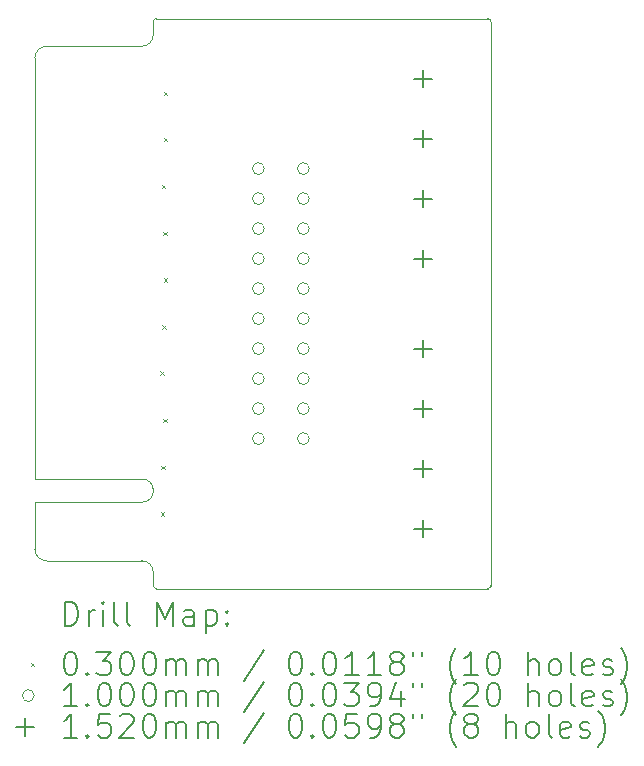
<source format=gbr>
%TF.GenerationSoftware,KiCad,Pcbnew,8.0.3*%
%TF.CreationDate,2024-06-20T09:06:08+12:00*%
%TF.ProjectId,crt_card_edge_adapter,6372745f-6361-4726-945f-656467655f61,rev?*%
%TF.SameCoordinates,Original*%
%TF.FileFunction,Drillmap*%
%TF.FilePolarity,Positive*%
%FSLAX45Y45*%
G04 Gerber Fmt 4.5, Leading zero omitted, Abs format (unit mm)*
G04 Created by KiCad (PCBNEW 8.0.3) date 2024-06-20 09:06:08*
%MOMM*%
%LPD*%
G01*
G04 APERTURE LIST*
%ADD10C,0.050000*%
%ADD11C,0.120000*%
%ADD12C,0.200000*%
%ADD13C,0.100000*%
%ADD14C,0.152000*%
G04 APERTURE END LIST*
D10*
X12484100Y-6858000D02*
G75*
G02*
X12509500Y-6883400I0J-25400D01*
G01*
X12509500Y-6883400D02*
X12509500Y-11658600D01*
X9652000Y-6883400D02*
G75*
G02*
X9677400Y-6858000I25400J0D01*
G01*
X9677400Y-11684000D02*
G75*
G02*
X9652000Y-11658600I0J25400D01*
G01*
X9677400Y-6858000D02*
X12484100Y-6858000D01*
X9677400Y-11684000D02*
X12484100Y-11684000D01*
X9652000Y-11620500D02*
X9652000Y-11658600D01*
X9652000Y-6921500D02*
X9652000Y-6883400D01*
X12509500Y-11658600D02*
G75*
G02*
X12484100Y-11684000I-25400J0D01*
G01*
D11*
X8649000Y-10756000D02*
X8649000Y-7192000D01*
X8649000Y-10756000D02*
X9553000Y-10756000D01*
X8649000Y-10954000D02*
X8649000Y-11350000D01*
X8748000Y-7093000D02*
X9553000Y-7093000D01*
X8748000Y-11449000D02*
X9553000Y-11449000D01*
X9553000Y-10954000D02*
X8649000Y-10954000D01*
X9652000Y-6994000D02*
X9652000Y-6921500D01*
X9652000Y-11548000D02*
X9652000Y-11620500D01*
X8649000Y-7192000D02*
G75*
G02*
X8748000Y-7093000I99000J0D01*
G01*
X8748000Y-11449000D02*
G75*
G02*
X8649000Y-11350000I0J99000D01*
G01*
X9553000Y-10756000D02*
G75*
G02*
X9553000Y-10954000I0J-99000D01*
G01*
X9553000Y-11449000D02*
G75*
G02*
X9652000Y-11548000I0J-99000D01*
G01*
X9652000Y-6994000D02*
G75*
G02*
X9553000Y-7093000I-99000J0D01*
G01*
D12*
D13*
X9708120Y-9845280D02*
X9738120Y-9875280D01*
X9738120Y-9845280D02*
X9708120Y-9875280D01*
X9713200Y-11038000D02*
X9743200Y-11068000D01*
X9743200Y-11038000D02*
X9713200Y-11068000D01*
X9718280Y-10642840D02*
X9748280Y-10672840D01*
X9748280Y-10642840D02*
X9718280Y-10672840D01*
X9723360Y-8265400D02*
X9753360Y-8295400D01*
X9753360Y-8265400D02*
X9723360Y-8295400D01*
X9728440Y-9454120D02*
X9758440Y-9484120D01*
X9758440Y-9454120D02*
X9728440Y-9484120D01*
X9733520Y-8661640D02*
X9763520Y-8691640D01*
X9763520Y-8661640D02*
X9733520Y-8691640D01*
X9733520Y-10246600D02*
X9763520Y-10276600D01*
X9763520Y-10246600D02*
X9733520Y-10276600D01*
X9738600Y-7478000D02*
X9768600Y-7508000D01*
X9768600Y-7478000D02*
X9738600Y-7508000D01*
X9738600Y-7869160D02*
X9768600Y-7899160D01*
X9768600Y-7869160D02*
X9738600Y-7899160D01*
X9738600Y-9057880D02*
X9768600Y-9087880D01*
X9768600Y-9057880D02*
X9738600Y-9087880D01*
X10591000Y-8128000D02*
G75*
G02*
X10491000Y-8128000I-50000J0D01*
G01*
X10491000Y-8128000D02*
G75*
G02*
X10591000Y-8128000I50000J0D01*
G01*
X10591000Y-8382000D02*
G75*
G02*
X10491000Y-8382000I-50000J0D01*
G01*
X10491000Y-8382000D02*
G75*
G02*
X10591000Y-8382000I50000J0D01*
G01*
X10591000Y-8636000D02*
G75*
G02*
X10491000Y-8636000I-50000J0D01*
G01*
X10491000Y-8636000D02*
G75*
G02*
X10591000Y-8636000I50000J0D01*
G01*
X10591000Y-8890000D02*
G75*
G02*
X10491000Y-8890000I-50000J0D01*
G01*
X10491000Y-8890000D02*
G75*
G02*
X10591000Y-8890000I50000J0D01*
G01*
X10591000Y-9144000D02*
G75*
G02*
X10491000Y-9144000I-50000J0D01*
G01*
X10491000Y-9144000D02*
G75*
G02*
X10591000Y-9144000I50000J0D01*
G01*
X10591000Y-9398000D02*
G75*
G02*
X10491000Y-9398000I-50000J0D01*
G01*
X10491000Y-9398000D02*
G75*
G02*
X10591000Y-9398000I50000J0D01*
G01*
X10591000Y-9652000D02*
G75*
G02*
X10491000Y-9652000I-50000J0D01*
G01*
X10491000Y-9652000D02*
G75*
G02*
X10591000Y-9652000I50000J0D01*
G01*
X10591000Y-9906000D02*
G75*
G02*
X10491000Y-9906000I-50000J0D01*
G01*
X10491000Y-9906000D02*
G75*
G02*
X10591000Y-9906000I50000J0D01*
G01*
X10591000Y-10160000D02*
G75*
G02*
X10491000Y-10160000I-50000J0D01*
G01*
X10491000Y-10160000D02*
G75*
G02*
X10591000Y-10160000I50000J0D01*
G01*
X10591000Y-10414000D02*
G75*
G02*
X10491000Y-10414000I-50000J0D01*
G01*
X10491000Y-10414000D02*
G75*
G02*
X10591000Y-10414000I50000J0D01*
G01*
X10972000Y-8128000D02*
G75*
G02*
X10872000Y-8128000I-50000J0D01*
G01*
X10872000Y-8128000D02*
G75*
G02*
X10972000Y-8128000I50000J0D01*
G01*
X10972000Y-8382000D02*
G75*
G02*
X10872000Y-8382000I-50000J0D01*
G01*
X10872000Y-8382000D02*
G75*
G02*
X10972000Y-8382000I50000J0D01*
G01*
X10972000Y-8636000D02*
G75*
G02*
X10872000Y-8636000I-50000J0D01*
G01*
X10872000Y-8636000D02*
G75*
G02*
X10972000Y-8636000I50000J0D01*
G01*
X10972000Y-8890000D02*
G75*
G02*
X10872000Y-8890000I-50000J0D01*
G01*
X10872000Y-8890000D02*
G75*
G02*
X10972000Y-8890000I50000J0D01*
G01*
X10972000Y-9144000D02*
G75*
G02*
X10872000Y-9144000I-50000J0D01*
G01*
X10872000Y-9144000D02*
G75*
G02*
X10972000Y-9144000I50000J0D01*
G01*
X10972000Y-9398000D02*
G75*
G02*
X10872000Y-9398000I-50000J0D01*
G01*
X10872000Y-9398000D02*
G75*
G02*
X10972000Y-9398000I50000J0D01*
G01*
X10972000Y-9652000D02*
G75*
G02*
X10872000Y-9652000I-50000J0D01*
G01*
X10872000Y-9652000D02*
G75*
G02*
X10972000Y-9652000I50000J0D01*
G01*
X10972000Y-9906000D02*
G75*
G02*
X10872000Y-9906000I-50000J0D01*
G01*
X10872000Y-9906000D02*
G75*
G02*
X10972000Y-9906000I50000J0D01*
G01*
X10972000Y-10160000D02*
G75*
G02*
X10872000Y-10160000I-50000J0D01*
G01*
X10872000Y-10160000D02*
G75*
G02*
X10972000Y-10160000I50000J0D01*
G01*
X10972000Y-10414000D02*
G75*
G02*
X10872000Y-10414000I-50000J0D01*
G01*
X10872000Y-10414000D02*
G75*
G02*
X10972000Y-10414000I50000J0D01*
G01*
D14*
X11938000Y-7290000D02*
X11938000Y-7442000D01*
X11862000Y-7366000D02*
X12014000Y-7366000D01*
X11938000Y-7798000D02*
X11938000Y-7950000D01*
X11862000Y-7874000D02*
X12014000Y-7874000D01*
X11938000Y-8306000D02*
X11938000Y-8458000D01*
X11862000Y-8382000D02*
X12014000Y-8382000D01*
X11938000Y-8814000D02*
X11938000Y-8966000D01*
X11862000Y-8890000D02*
X12014000Y-8890000D01*
X11938000Y-9576000D02*
X11938000Y-9728000D01*
X11862000Y-9652000D02*
X12014000Y-9652000D01*
X11938000Y-10084000D02*
X11938000Y-10236000D01*
X11862000Y-10160000D02*
X12014000Y-10160000D01*
X11938000Y-10592000D02*
X11938000Y-10744000D01*
X11862000Y-10668000D02*
X12014000Y-10668000D01*
X11938000Y-11100000D02*
X11938000Y-11252000D01*
X11862000Y-11176000D02*
X12014000Y-11176000D01*
D12*
X8903777Y-11997984D02*
X8903777Y-11797984D01*
X8903777Y-11797984D02*
X8951396Y-11797984D01*
X8951396Y-11797984D02*
X8979967Y-11807508D01*
X8979967Y-11807508D02*
X8999015Y-11826555D01*
X8999015Y-11826555D02*
X9008539Y-11845603D01*
X9008539Y-11845603D02*
X9018063Y-11883698D01*
X9018063Y-11883698D02*
X9018063Y-11912269D01*
X9018063Y-11912269D02*
X9008539Y-11950365D01*
X9008539Y-11950365D02*
X8999015Y-11969412D01*
X8999015Y-11969412D02*
X8979967Y-11988460D01*
X8979967Y-11988460D02*
X8951396Y-11997984D01*
X8951396Y-11997984D02*
X8903777Y-11997984D01*
X9103777Y-11997984D02*
X9103777Y-11864650D01*
X9103777Y-11902746D02*
X9113301Y-11883698D01*
X9113301Y-11883698D02*
X9122824Y-11874174D01*
X9122824Y-11874174D02*
X9141872Y-11864650D01*
X9141872Y-11864650D02*
X9160920Y-11864650D01*
X9227586Y-11997984D02*
X9227586Y-11864650D01*
X9227586Y-11797984D02*
X9218063Y-11807508D01*
X9218063Y-11807508D02*
X9227586Y-11817031D01*
X9227586Y-11817031D02*
X9237110Y-11807508D01*
X9237110Y-11807508D02*
X9227586Y-11797984D01*
X9227586Y-11797984D02*
X9227586Y-11817031D01*
X9351396Y-11997984D02*
X9332348Y-11988460D01*
X9332348Y-11988460D02*
X9322824Y-11969412D01*
X9322824Y-11969412D02*
X9322824Y-11797984D01*
X9456158Y-11997984D02*
X9437110Y-11988460D01*
X9437110Y-11988460D02*
X9427586Y-11969412D01*
X9427586Y-11969412D02*
X9427586Y-11797984D01*
X9684729Y-11997984D02*
X9684729Y-11797984D01*
X9684729Y-11797984D02*
X9751396Y-11940841D01*
X9751396Y-11940841D02*
X9818063Y-11797984D01*
X9818063Y-11797984D02*
X9818063Y-11997984D01*
X9999015Y-11997984D02*
X9999015Y-11893222D01*
X9999015Y-11893222D02*
X9989491Y-11874174D01*
X9989491Y-11874174D02*
X9970444Y-11864650D01*
X9970444Y-11864650D02*
X9932348Y-11864650D01*
X9932348Y-11864650D02*
X9913301Y-11874174D01*
X9999015Y-11988460D02*
X9979967Y-11997984D01*
X9979967Y-11997984D02*
X9932348Y-11997984D01*
X9932348Y-11997984D02*
X9913301Y-11988460D01*
X9913301Y-11988460D02*
X9903777Y-11969412D01*
X9903777Y-11969412D02*
X9903777Y-11950365D01*
X9903777Y-11950365D02*
X9913301Y-11931317D01*
X9913301Y-11931317D02*
X9932348Y-11921793D01*
X9932348Y-11921793D02*
X9979967Y-11921793D01*
X9979967Y-11921793D02*
X9999015Y-11912269D01*
X10094253Y-11864650D02*
X10094253Y-12064650D01*
X10094253Y-11874174D02*
X10113301Y-11864650D01*
X10113301Y-11864650D02*
X10151396Y-11864650D01*
X10151396Y-11864650D02*
X10170444Y-11874174D01*
X10170444Y-11874174D02*
X10179967Y-11883698D01*
X10179967Y-11883698D02*
X10189491Y-11902746D01*
X10189491Y-11902746D02*
X10189491Y-11959888D01*
X10189491Y-11959888D02*
X10179967Y-11978936D01*
X10179967Y-11978936D02*
X10170444Y-11988460D01*
X10170444Y-11988460D02*
X10151396Y-11997984D01*
X10151396Y-11997984D02*
X10113301Y-11997984D01*
X10113301Y-11997984D02*
X10094253Y-11988460D01*
X10275205Y-11978936D02*
X10284729Y-11988460D01*
X10284729Y-11988460D02*
X10275205Y-11997984D01*
X10275205Y-11997984D02*
X10265682Y-11988460D01*
X10265682Y-11988460D02*
X10275205Y-11978936D01*
X10275205Y-11978936D02*
X10275205Y-11997984D01*
X10275205Y-11874174D02*
X10284729Y-11883698D01*
X10284729Y-11883698D02*
X10275205Y-11893222D01*
X10275205Y-11893222D02*
X10265682Y-11883698D01*
X10265682Y-11883698D02*
X10275205Y-11874174D01*
X10275205Y-11874174D02*
X10275205Y-11893222D01*
D13*
X8613000Y-12311500D02*
X8643000Y-12341500D01*
X8643000Y-12311500D02*
X8613000Y-12341500D01*
D12*
X8941872Y-12217984D02*
X8960920Y-12217984D01*
X8960920Y-12217984D02*
X8979967Y-12227508D01*
X8979967Y-12227508D02*
X8989491Y-12237031D01*
X8989491Y-12237031D02*
X8999015Y-12256079D01*
X8999015Y-12256079D02*
X9008539Y-12294174D01*
X9008539Y-12294174D02*
X9008539Y-12341793D01*
X9008539Y-12341793D02*
X8999015Y-12379888D01*
X8999015Y-12379888D02*
X8989491Y-12398936D01*
X8989491Y-12398936D02*
X8979967Y-12408460D01*
X8979967Y-12408460D02*
X8960920Y-12417984D01*
X8960920Y-12417984D02*
X8941872Y-12417984D01*
X8941872Y-12417984D02*
X8922824Y-12408460D01*
X8922824Y-12408460D02*
X8913301Y-12398936D01*
X8913301Y-12398936D02*
X8903777Y-12379888D01*
X8903777Y-12379888D02*
X8894253Y-12341793D01*
X8894253Y-12341793D02*
X8894253Y-12294174D01*
X8894253Y-12294174D02*
X8903777Y-12256079D01*
X8903777Y-12256079D02*
X8913301Y-12237031D01*
X8913301Y-12237031D02*
X8922824Y-12227508D01*
X8922824Y-12227508D02*
X8941872Y-12217984D01*
X9094253Y-12398936D02*
X9103777Y-12408460D01*
X9103777Y-12408460D02*
X9094253Y-12417984D01*
X9094253Y-12417984D02*
X9084729Y-12408460D01*
X9084729Y-12408460D02*
X9094253Y-12398936D01*
X9094253Y-12398936D02*
X9094253Y-12417984D01*
X9170444Y-12217984D02*
X9294253Y-12217984D01*
X9294253Y-12217984D02*
X9227586Y-12294174D01*
X9227586Y-12294174D02*
X9256158Y-12294174D01*
X9256158Y-12294174D02*
X9275205Y-12303698D01*
X9275205Y-12303698D02*
X9284729Y-12313222D01*
X9284729Y-12313222D02*
X9294253Y-12332269D01*
X9294253Y-12332269D02*
X9294253Y-12379888D01*
X9294253Y-12379888D02*
X9284729Y-12398936D01*
X9284729Y-12398936D02*
X9275205Y-12408460D01*
X9275205Y-12408460D02*
X9256158Y-12417984D01*
X9256158Y-12417984D02*
X9199015Y-12417984D01*
X9199015Y-12417984D02*
X9179967Y-12408460D01*
X9179967Y-12408460D02*
X9170444Y-12398936D01*
X9418063Y-12217984D02*
X9437110Y-12217984D01*
X9437110Y-12217984D02*
X9456158Y-12227508D01*
X9456158Y-12227508D02*
X9465682Y-12237031D01*
X9465682Y-12237031D02*
X9475205Y-12256079D01*
X9475205Y-12256079D02*
X9484729Y-12294174D01*
X9484729Y-12294174D02*
X9484729Y-12341793D01*
X9484729Y-12341793D02*
X9475205Y-12379888D01*
X9475205Y-12379888D02*
X9465682Y-12398936D01*
X9465682Y-12398936D02*
X9456158Y-12408460D01*
X9456158Y-12408460D02*
X9437110Y-12417984D01*
X9437110Y-12417984D02*
X9418063Y-12417984D01*
X9418063Y-12417984D02*
X9399015Y-12408460D01*
X9399015Y-12408460D02*
X9389491Y-12398936D01*
X9389491Y-12398936D02*
X9379967Y-12379888D01*
X9379967Y-12379888D02*
X9370444Y-12341793D01*
X9370444Y-12341793D02*
X9370444Y-12294174D01*
X9370444Y-12294174D02*
X9379967Y-12256079D01*
X9379967Y-12256079D02*
X9389491Y-12237031D01*
X9389491Y-12237031D02*
X9399015Y-12227508D01*
X9399015Y-12227508D02*
X9418063Y-12217984D01*
X9608539Y-12217984D02*
X9627586Y-12217984D01*
X9627586Y-12217984D02*
X9646634Y-12227508D01*
X9646634Y-12227508D02*
X9656158Y-12237031D01*
X9656158Y-12237031D02*
X9665682Y-12256079D01*
X9665682Y-12256079D02*
X9675205Y-12294174D01*
X9675205Y-12294174D02*
X9675205Y-12341793D01*
X9675205Y-12341793D02*
X9665682Y-12379888D01*
X9665682Y-12379888D02*
X9656158Y-12398936D01*
X9656158Y-12398936D02*
X9646634Y-12408460D01*
X9646634Y-12408460D02*
X9627586Y-12417984D01*
X9627586Y-12417984D02*
X9608539Y-12417984D01*
X9608539Y-12417984D02*
X9589491Y-12408460D01*
X9589491Y-12408460D02*
X9579967Y-12398936D01*
X9579967Y-12398936D02*
X9570444Y-12379888D01*
X9570444Y-12379888D02*
X9560920Y-12341793D01*
X9560920Y-12341793D02*
X9560920Y-12294174D01*
X9560920Y-12294174D02*
X9570444Y-12256079D01*
X9570444Y-12256079D02*
X9579967Y-12237031D01*
X9579967Y-12237031D02*
X9589491Y-12227508D01*
X9589491Y-12227508D02*
X9608539Y-12217984D01*
X9760920Y-12417984D02*
X9760920Y-12284650D01*
X9760920Y-12303698D02*
X9770444Y-12294174D01*
X9770444Y-12294174D02*
X9789491Y-12284650D01*
X9789491Y-12284650D02*
X9818063Y-12284650D01*
X9818063Y-12284650D02*
X9837110Y-12294174D01*
X9837110Y-12294174D02*
X9846634Y-12313222D01*
X9846634Y-12313222D02*
X9846634Y-12417984D01*
X9846634Y-12313222D02*
X9856158Y-12294174D01*
X9856158Y-12294174D02*
X9875205Y-12284650D01*
X9875205Y-12284650D02*
X9903777Y-12284650D01*
X9903777Y-12284650D02*
X9922825Y-12294174D01*
X9922825Y-12294174D02*
X9932348Y-12313222D01*
X9932348Y-12313222D02*
X9932348Y-12417984D01*
X10027586Y-12417984D02*
X10027586Y-12284650D01*
X10027586Y-12303698D02*
X10037110Y-12294174D01*
X10037110Y-12294174D02*
X10056158Y-12284650D01*
X10056158Y-12284650D02*
X10084729Y-12284650D01*
X10084729Y-12284650D02*
X10103777Y-12294174D01*
X10103777Y-12294174D02*
X10113301Y-12313222D01*
X10113301Y-12313222D02*
X10113301Y-12417984D01*
X10113301Y-12313222D02*
X10122825Y-12294174D01*
X10122825Y-12294174D02*
X10141872Y-12284650D01*
X10141872Y-12284650D02*
X10170444Y-12284650D01*
X10170444Y-12284650D02*
X10189491Y-12294174D01*
X10189491Y-12294174D02*
X10199015Y-12313222D01*
X10199015Y-12313222D02*
X10199015Y-12417984D01*
X10589491Y-12208460D02*
X10418063Y-12465603D01*
X10846634Y-12217984D02*
X10865682Y-12217984D01*
X10865682Y-12217984D02*
X10884729Y-12227508D01*
X10884729Y-12227508D02*
X10894253Y-12237031D01*
X10894253Y-12237031D02*
X10903777Y-12256079D01*
X10903777Y-12256079D02*
X10913301Y-12294174D01*
X10913301Y-12294174D02*
X10913301Y-12341793D01*
X10913301Y-12341793D02*
X10903777Y-12379888D01*
X10903777Y-12379888D02*
X10894253Y-12398936D01*
X10894253Y-12398936D02*
X10884729Y-12408460D01*
X10884729Y-12408460D02*
X10865682Y-12417984D01*
X10865682Y-12417984D02*
X10846634Y-12417984D01*
X10846634Y-12417984D02*
X10827587Y-12408460D01*
X10827587Y-12408460D02*
X10818063Y-12398936D01*
X10818063Y-12398936D02*
X10808539Y-12379888D01*
X10808539Y-12379888D02*
X10799015Y-12341793D01*
X10799015Y-12341793D02*
X10799015Y-12294174D01*
X10799015Y-12294174D02*
X10808539Y-12256079D01*
X10808539Y-12256079D02*
X10818063Y-12237031D01*
X10818063Y-12237031D02*
X10827587Y-12227508D01*
X10827587Y-12227508D02*
X10846634Y-12217984D01*
X10999015Y-12398936D02*
X11008539Y-12408460D01*
X11008539Y-12408460D02*
X10999015Y-12417984D01*
X10999015Y-12417984D02*
X10989491Y-12408460D01*
X10989491Y-12408460D02*
X10999015Y-12398936D01*
X10999015Y-12398936D02*
X10999015Y-12417984D01*
X11132348Y-12217984D02*
X11151396Y-12217984D01*
X11151396Y-12217984D02*
X11170444Y-12227508D01*
X11170444Y-12227508D02*
X11179968Y-12237031D01*
X11179968Y-12237031D02*
X11189491Y-12256079D01*
X11189491Y-12256079D02*
X11199015Y-12294174D01*
X11199015Y-12294174D02*
X11199015Y-12341793D01*
X11199015Y-12341793D02*
X11189491Y-12379888D01*
X11189491Y-12379888D02*
X11179968Y-12398936D01*
X11179968Y-12398936D02*
X11170444Y-12408460D01*
X11170444Y-12408460D02*
X11151396Y-12417984D01*
X11151396Y-12417984D02*
X11132348Y-12417984D01*
X11132348Y-12417984D02*
X11113301Y-12408460D01*
X11113301Y-12408460D02*
X11103777Y-12398936D01*
X11103777Y-12398936D02*
X11094253Y-12379888D01*
X11094253Y-12379888D02*
X11084729Y-12341793D01*
X11084729Y-12341793D02*
X11084729Y-12294174D01*
X11084729Y-12294174D02*
X11094253Y-12256079D01*
X11094253Y-12256079D02*
X11103777Y-12237031D01*
X11103777Y-12237031D02*
X11113301Y-12227508D01*
X11113301Y-12227508D02*
X11132348Y-12217984D01*
X11389491Y-12417984D02*
X11275206Y-12417984D01*
X11332348Y-12417984D02*
X11332348Y-12217984D01*
X11332348Y-12217984D02*
X11313301Y-12246555D01*
X11313301Y-12246555D02*
X11294253Y-12265603D01*
X11294253Y-12265603D02*
X11275206Y-12275127D01*
X11579967Y-12417984D02*
X11465682Y-12417984D01*
X11522825Y-12417984D02*
X11522825Y-12217984D01*
X11522825Y-12217984D02*
X11503777Y-12246555D01*
X11503777Y-12246555D02*
X11484729Y-12265603D01*
X11484729Y-12265603D02*
X11465682Y-12275127D01*
X11694253Y-12303698D02*
X11675206Y-12294174D01*
X11675206Y-12294174D02*
X11665682Y-12284650D01*
X11665682Y-12284650D02*
X11656158Y-12265603D01*
X11656158Y-12265603D02*
X11656158Y-12256079D01*
X11656158Y-12256079D02*
X11665682Y-12237031D01*
X11665682Y-12237031D02*
X11675206Y-12227508D01*
X11675206Y-12227508D02*
X11694253Y-12217984D01*
X11694253Y-12217984D02*
X11732348Y-12217984D01*
X11732348Y-12217984D02*
X11751396Y-12227508D01*
X11751396Y-12227508D02*
X11760920Y-12237031D01*
X11760920Y-12237031D02*
X11770444Y-12256079D01*
X11770444Y-12256079D02*
X11770444Y-12265603D01*
X11770444Y-12265603D02*
X11760920Y-12284650D01*
X11760920Y-12284650D02*
X11751396Y-12294174D01*
X11751396Y-12294174D02*
X11732348Y-12303698D01*
X11732348Y-12303698D02*
X11694253Y-12303698D01*
X11694253Y-12303698D02*
X11675206Y-12313222D01*
X11675206Y-12313222D02*
X11665682Y-12322746D01*
X11665682Y-12322746D02*
X11656158Y-12341793D01*
X11656158Y-12341793D02*
X11656158Y-12379888D01*
X11656158Y-12379888D02*
X11665682Y-12398936D01*
X11665682Y-12398936D02*
X11675206Y-12408460D01*
X11675206Y-12408460D02*
X11694253Y-12417984D01*
X11694253Y-12417984D02*
X11732348Y-12417984D01*
X11732348Y-12417984D02*
X11751396Y-12408460D01*
X11751396Y-12408460D02*
X11760920Y-12398936D01*
X11760920Y-12398936D02*
X11770444Y-12379888D01*
X11770444Y-12379888D02*
X11770444Y-12341793D01*
X11770444Y-12341793D02*
X11760920Y-12322746D01*
X11760920Y-12322746D02*
X11751396Y-12313222D01*
X11751396Y-12313222D02*
X11732348Y-12303698D01*
X11846634Y-12217984D02*
X11846634Y-12256079D01*
X11922825Y-12217984D02*
X11922825Y-12256079D01*
X12218063Y-12494174D02*
X12208539Y-12484650D01*
X12208539Y-12484650D02*
X12189491Y-12456079D01*
X12189491Y-12456079D02*
X12179968Y-12437031D01*
X12179968Y-12437031D02*
X12170444Y-12408460D01*
X12170444Y-12408460D02*
X12160920Y-12360841D01*
X12160920Y-12360841D02*
X12160920Y-12322746D01*
X12160920Y-12322746D02*
X12170444Y-12275127D01*
X12170444Y-12275127D02*
X12179968Y-12246555D01*
X12179968Y-12246555D02*
X12189491Y-12227508D01*
X12189491Y-12227508D02*
X12208539Y-12198936D01*
X12208539Y-12198936D02*
X12218063Y-12189412D01*
X12399015Y-12417984D02*
X12284729Y-12417984D01*
X12341872Y-12417984D02*
X12341872Y-12217984D01*
X12341872Y-12217984D02*
X12322825Y-12246555D01*
X12322825Y-12246555D02*
X12303777Y-12265603D01*
X12303777Y-12265603D02*
X12284729Y-12275127D01*
X12522825Y-12217984D02*
X12541872Y-12217984D01*
X12541872Y-12217984D02*
X12560920Y-12227508D01*
X12560920Y-12227508D02*
X12570444Y-12237031D01*
X12570444Y-12237031D02*
X12579968Y-12256079D01*
X12579968Y-12256079D02*
X12589491Y-12294174D01*
X12589491Y-12294174D02*
X12589491Y-12341793D01*
X12589491Y-12341793D02*
X12579968Y-12379888D01*
X12579968Y-12379888D02*
X12570444Y-12398936D01*
X12570444Y-12398936D02*
X12560920Y-12408460D01*
X12560920Y-12408460D02*
X12541872Y-12417984D01*
X12541872Y-12417984D02*
X12522825Y-12417984D01*
X12522825Y-12417984D02*
X12503777Y-12408460D01*
X12503777Y-12408460D02*
X12494253Y-12398936D01*
X12494253Y-12398936D02*
X12484729Y-12379888D01*
X12484729Y-12379888D02*
X12475206Y-12341793D01*
X12475206Y-12341793D02*
X12475206Y-12294174D01*
X12475206Y-12294174D02*
X12484729Y-12256079D01*
X12484729Y-12256079D02*
X12494253Y-12237031D01*
X12494253Y-12237031D02*
X12503777Y-12227508D01*
X12503777Y-12227508D02*
X12522825Y-12217984D01*
X12827587Y-12417984D02*
X12827587Y-12217984D01*
X12913301Y-12417984D02*
X12913301Y-12313222D01*
X12913301Y-12313222D02*
X12903777Y-12294174D01*
X12903777Y-12294174D02*
X12884730Y-12284650D01*
X12884730Y-12284650D02*
X12856158Y-12284650D01*
X12856158Y-12284650D02*
X12837110Y-12294174D01*
X12837110Y-12294174D02*
X12827587Y-12303698D01*
X13037110Y-12417984D02*
X13018063Y-12408460D01*
X13018063Y-12408460D02*
X13008539Y-12398936D01*
X13008539Y-12398936D02*
X12999015Y-12379888D01*
X12999015Y-12379888D02*
X12999015Y-12322746D01*
X12999015Y-12322746D02*
X13008539Y-12303698D01*
X13008539Y-12303698D02*
X13018063Y-12294174D01*
X13018063Y-12294174D02*
X13037110Y-12284650D01*
X13037110Y-12284650D02*
X13065682Y-12284650D01*
X13065682Y-12284650D02*
X13084730Y-12294174D01*
X13084730Y-12294174D02*
X13094253Y-12303698D01*
X13094253Y-12303698D02*
X13103777Y-12322746D01*
X13103777Y-12322746D02*
X13103777Y-12379888D01*
X13103777Y-12379888D02*
X13094253Y-12398936D01*
X13094253Y-12398936D02*
X13084730Y-12408460D01*
X13084730Y-12408460D02*
X13065682Y-12417984D01*
X13065682Y-12417984D02*
X13037110Y-12417984D01*
X13218063Y-12417984D02*
X13199015Y-12408460D01*
X13199015Y-12408460D02*
X13189491Y-12389412D01*
X13189491Y-12389412D02*
X13189491Y-12217984D01*
X13370444Y-12408460D02*
X13351396Y-12417984D01*
X13351396Y-12417984D02*
X13313301Y-12417984D01*
X13313301Y-12417984D02*
X13294253Y-12408460D01*
X13294253Y-12408460D02*
X13284730Y-12389412D01*
X13284730Y-12389412D02*
X13284730Y-12313222D01*
X13284730Y-12313222D02*
X13294253Y-12294174D01*
X13294253Y-12294174D02*
X13313301Y-12284650D01*
X13313301Y-12284650D02*
X13351396Y-12284650D01*
X13351396Y-12284650D02*
X13370444Y-12294174D01*
X13370444Y-12294174D02*
X13379968Y-12313222D01*
X13379968Y-12313222D02*
X13379968Y-12332269D01*
X13379968Y-12332269D02*
X13284730Y-12351317D01*
X13456158Y-12408460D02*
X13475206Y-12417984D01*
X13475206Y-12417984D02*
X13513301Y-12417984D01*
X13513301Y-12417984D02*
X13532349Y-12408460D01*
X13532349Y-12408460D02*
X13541872Y-12389412D01*
X13541872Y-12389412D02*
X13541872Y-12379888D01*
X13541872Y-12379888D02*
X13532349Y-12360841D01*
X13532349Y-12360841D02*
X13513301Y-12351317D01*
X13513301Y-12351317D02*
X13484730Y-12351317D01*
X13484730Y-12351317D02*
X13465682Y-12341793D01*
X13465682Y-12341793D02*
X13456158Y-12322746D01*
X13456158Y-12322746D02*
X13456158Y-12313222D01*
X13456158Y-12313222D02*
X13465682Y-12294174D01*
X13465682Y-12294174D02*
X13484730Y-12284650D01*
X13484730Y-12284650D02*
X13513301Y-12284650D01*
X13513301Y-12284650D02*
X13532349Y-12294174D01*
X13608539Y-12494174D02*
X13618063Y-12484650D01*
X13618063Y-12484650D02*
X13637111Y-12456079D01*
X13637111Y-12456079D02*
X13646634Y-12437031D01*
X13646634Y-12437031D02*
X13656158Y-12408460D01*
X13656158Y-12408460D02*
X13665682Y-12360841D01*
X13665682Y-12360841D02*
X13665682Y-12322746D01*
X13665682Y-12322746D02*
X13656158Y-12275127D01*
X13656158Y-12275127D02*
X13646634Y-12246555D01*
X13646634Y-12246555D02*
X13637111Y-12227508D01*
X13637111Y-12227508D02*
X13618063Y-12198936D01*
X13618063Y-12198936D02*
X13608539Y-12189412D01*
D13*
X8643000Y-12590500D02*
G75*
G02*
X8543000Y-12590500I-50000J0D01*
G01*
X8543000Y-12590500D02*
G75*
G02*
X8643000Y-12590500I50000J0D01*
G01*
D12*
X9008539Y-12681984D02*
X8894253Y-12681984D01*
X8951396Y-12681984D02*
X8951396Y-12481984D01*
X8951396Y-12481984D02*
X8932348Y-12510555D01*
X8932348Y-12510555D02*
X8913301Y-12529603D01*
X8913301Y-12529603D02*
X8894253Y-12539127D01*
X9094253Y-12662936D02*
X9103777Y-12672460D01*
X9103777Y-12672460D02*
X9094253Y-12681984D01*
X9094253Y-12681984D02*
X9084729Y-12672460D01*
X9084729Y-12672460D02*
X9094253Y-12662936D01*
X9094253Y-12662936D02*
X9094253Y-12681984D01*
X9227586Y-12481984D02*
X9246634Y-12481984D01*
X9246634Y-12481984D02*
X9265682Y-12491508D01*
X9265682Y-12491508D02*
X9275205Y-12501031D01*
X9275205Y-12501031D02*
X9284729Y-12520079D01*
X9284729Y-12520079D02*
X9294253Y-12558174D01*
X9294253Y-12558174D02*
X9294253Y-12605793D01*
X9294253Y-12605793D02*
X9284729Y-12643888D01*
X9284729Y-12643888D02*
X9275205Y-12662936D01*
X9275205Y-12662936D02*
X9265682Y-12672460D01*
X9265682Y-12672460D02*
X9246634Y-12681984D01*
X9246634Y-12681984D02*
X9227586Y-12681984D01*
X9227586Y-12681984D02*
X9208539Y-12672460D01*
X9208539Y-12672460D02*
X9199015Y-12662936D01*
X9199015Y-12662936D02*
X9189491Y-12643888D01*
X9189491Y-12643888D02*
X9179967Y-12605793D01*
X9179967Y-12605793D02*
X9179967Y-12558174D01*
X9179967Y-12558174D02*
X9189491Y-12520079D01*
X9189491Y-12520079D02*
X9199015Y-12501031D01*
X9199015Y-12501031D02*
X9208539Y-12491508D01*
X9208539Y-12491508D02*
X9227586Y-12481984D01*
X9418063Y-12481984D02*
X9437110Y-12481984D01*
X9437110Y-12481984D02*
X9456158Y-12491508D01*
X9456158Y-12491508D02*
X9465682Y-12501031D01*
X9465682Y-12501031D02*
X9475205Y-12520079D01*
X9475205Y-12520079D02*
X9484729Y-12558174D01*
X9484729Y-12558174D02*
X9484729Y-12605793D01*
X9484729Y-12605793D02*
X9475205Y-12643888D01*
X9475205Y-12643888D02*
X9465682Y-12662936D01*
X9465682Y-12662936D02*
X9456158Y-12672460D01*
X9456158Y-12672460D02*
X9437110Y-12681984D01*
X9437110Y-12681984D02*
X9418063Y-12681984D01*
X9418063Y-12681984D02*
X9399015Y-12672460D01*
X9399015Y-12672460D02*
X9389491Y-12662936D01*
X9389491Y-12662936D02*
X9379967Y-12643888D01*
X9379967Y-12643888D02*
X9370444Y-12605793D01*
X9370444Y-12605793D02*
X9370444Y-12558174D01*
X9370444Y-12558174D02*
X9379967Y-12520079D01*
X9379967Y-12520079D02*
X9389491Y-12501031D01*
X9389491Y-12501031D02*
X9399015Y-12491508D01*
X9399015Y-12491508D02*
X9418063Y-12481984D01*
X9608539Y-12481984D02*
X9627586Y-12481984D01*
X9627586Y-12481984D02*
X9646634Y-12491508D01*
X9646634Y-12491508D02*
X9656158Y-12501031D01*
X9656158Y-12501031D02*
X9665682Y-12520079D01*
X9665682Y-12520079D02*
X9675205Y-12558174D01*
X9675205Y-12558174D02*
X9675205Y-12605793D01*
X9675205Y-12605793D02*
X9665682Y-12643888D01*
X9665682Y-12643888D02*
X9656158Y-12662936D01*
X9656158Y-12662936D02*
X9646634Y-12672460D01*
X9646634Y-12672460D02*
X9627586Y-12681984D01*
X9627586Y-12681984D02*
X9608539Y-12681984D01*
X9608539Y-12681984D02*
X9589491Y-12672460D01*
X9589491Y-12672460D02*
X9579967Y-12662936D01*
X9579967Y-12662936D02*
X9570444Y-12643888D01*
X9570444Y-12643888D02*
X9560920Y-12605793D01*
X9560920Y-12605793D02*
X9560920Y-12558174D01*
X9560920Y-12558174D02*
X9570444Y-12520079D01*
X9570444Y-12520079D02*
X9579967Y-12501031D01*
X9579967Y-12501031D02*
X9589491Y-12491508D01*
X9589491Y-12491508D02*
X9608539Y-12481984D01*
X9760920Y-12681984D02*
X9760920Y-12548650D01*
X9760920Y-12567698D02*
X9770444Y-12558174D01*
X9770444Y-12558174D02*
X9789491Y-12548650D01*
X9789491Y-12548650D02*
X9818063Y-12548650D01*
X9818063Y-12548650D02*
X9837110Y-12558174D01*
X9837110Y-12558174D02*
X9846634Y-12577222D01*
X9846634Y-12577222D02*
X9846634Y-12681984D01*
X9846634Y-12577222D02*
X9856158Y-12558174D01*
X9856158Y-12558174D02*
X9875205Y-12548650D01*
X9875205Y-12548650D02*
X9903777Y-12548650D01*
X9903777Y-12548650D02*
X9922825Y-12558174D01*
X9922825Y-12558174D02*
X9932348Y-12577222D01*
X9932348Y-12577222D02*
X9932348Y-12681984D01*
X10027586Y-12681984D02*
X10027586Y-12548650D01*
X10027586Y-12567698D02*
X10037110Y-12558174D01*
X10037110Y-12558174D02*
X10056158Y-12548650D01*
X10056158Y-12548650D02*
X10084729Y-12548650D01*
X10084729Y-12548650D02*
X10103777Y-12558174D01*
X10103777Y-12558174D02*
X10113301Y-12577222D01*
X10113301Y-12577222D02*
X10113301Y-12681984D01*
X10113301Y-12577222D02*
X10122825Y-12558174D01*
X10122825Y-12558174D02*
X10141872Y-12548650D01*
X10141872Y-12548650D02*
X10170444Y-12548650D01*
X10170444Y-12548650D02*
X10189491Y-12558174D01*
X10189491Y-12558174D02*
X10199015Y-12577222D01*
X10199015Y-12577222D02*
X10199015Y-12681984D01*
X10589491Y-12472460D02*
X10418063Y-12729603D01*
X10846634Y-12481984D02*
X10865682Y-12481984D01*
X10865682Y-12481984D02*
X10884729Y-12491508D01*
X10884729Y-12491508D02*
X10894253Y-12501031D01*
X10894253Y-12501031D02*
X10903777Y-12520079D01*
X10903777Y-12520079D02*
X10913301Y-12558174D01*
X10913301Y-12558174D02*
X10913301Y-12605793D01*
X10913301Y-12605793D02*
X10903777Y-12643888D01*
X10903777Y-12643888D02*
X10894253Y-12662936D01*
X10894253Y-12662936D02*
X10884729Y-12672460D01*
X10884729Y-12672460D02*
X10865682Y-12681984D01*
X10865682Y-12681984D02*
X10846634Y-12681984D01*
X10846634Y-12681984D02*
X10827587Y-12672460D01*
X10827587Y-12672460D02*
X10818063Y-12662936D01*
X10818063Y-12662936D02*
X10808539Y-12643888D01*
X10808539Y-12643888D02*
X10799015Y-12605793D01*
X10799015Y-12605793D02*
X10799015Y-12558174D01*
X10799015Y-12558174D02*
X10808539Y-12520079D01*
X10808539Y-12520079D02*
X10818063Y-12501031D01*
X10818063Y-12501031D02*
X10827587Y-12491508D01*
X10827587Y-12491508D02*
X10846634Y-12481984D01*
X10999015Y-12662936D02*
X11008539Y-12672460D01*
X11008539Y-12672460D02*
X10999015Y-12681984D01*
X10999015Y-12681984D02*
X10989491Y-12672460D01*
X10989491Y-12672460D02*
X10999015Y-12662936D01*
X10999015Y-12662936D02*
X10999015Y-12681984D01*
X11132348Y-12481984D02*
X11151396Y-12481984D01*
X11151396Y-12481984D02*
X11170444Y-12491508D01*
X11170444Y-12491508D02*
X11179968Y-12501031D01*
X11179968Y-12501031D02*
X11189491Y-12520079D01*
X11189491Y-12520079D02*
X11199015Y-12558174D01*
X11199015Y-12558174D02*
X11199015Y-12605793D01*
X11199015Y-12605793D02*
X11189491Y-12643888D01*
X11189491Y-12643888D02*
X11179968Y-12662936D01*
X11179968Y-12662936D02*
X11170444Y-12672460D01*
X11170444Y-12672460D02*
X11151396Y-12681984D01*
X11151396Y-12681984D02*
X11132348Y-12681984D01*
X11132348Y-12681984D02*
X11113301Y-12672460D01*
X11113301Y-12672460D02*
X11103777Y-12662936D01*
X11103777Y-12662936D02*
X11094253Y-12643888D01*
X11094253Y-12643888D02*
X11084729Y-12605793D01*
X11084729Y-12605793D02*
X11084729Y-12558174D01*
X11084729Y-12558174D02*
X11094253Y-12520079D01*
X11094253Y-12520079D02*
X11103777Y-12501031D01*
X11103777Y-12501031D02*
X11113301Y-12491508D01*
X11113301Y-12491508D02*
X11132348Y-12481984D01*
X11265682Y-12481984D02*
X11389491Y-12481984D01*
X11389491Y-12481984D02*
X11322825Y-12558174D01*
X11322825Y-12558174D02*
X11351396Y-12558174D01*
X11351396Y-12558174D02*
X11370444Y-12567698D01*
X11370444Y-12567698D02*
X11379967Y-12577222D01*
X11379967Y-12577222D02*
X11389491Y-12596269D01*
X11389491Y-12596269D02*
X11389491Y-12643888D01*
X11389491Y-12643888D02*
X11379967Y-12662936D01*
X11379967Y-12662936D02*
X11370444Y-12672460D01*
X11370444Y-12672460D02*
X11351396Y-12681984D01*
X11351396Y-12681984D02*
X11294253Y-12681984D01*
X11294253Y-12681984D02*
X11275206Y-12672460D01*
X11275206Y-12672460D02*
X11265682Y-12662936D01*
X11484729Y-12681984D02*
X11522825Y-12681984D01*
X11522825Y-12681984D02*
X11541872Y-12672460D01*
X11541872Y-12672460D02*
X11551396Y-12662936D01*
X11551396Y-12662936D02*
X11570444Y-12634365D01*
X11570444Y-12634365D02*
X11579967Y-12596269D01*
X11579967Y-12596269D02*
X11579967Y-12520079D01*
X11579967Y-12520079D02*
X11570444Y-12501031D01*
X11570444Y-12501031D02*
X11560920Y-12491508D01*
X11560920Y-12491508D02*
X11541872Y-12481984D01*
X11541872Y-12481984D02*
X11503777Y-12481984D01*
X11503777Y-12481984D02*
X11484729Y-12491508D01*
X11484729Y-12491508D02*
X11475206Y-12501031D01*
X11475206Y-12501031D02*
X11465682Y-12520079D01*
X11465682Y-12520079D02*
X11465682Y-12567698D01*
X11465682Y-12567698D02*
X11475206Y-12586746D01*
X11475206Y-12586746D02*
X11484729Y-12596269D01*
X11484729Y-12596269D02*
X11503777Y-12605793D01*
X11503777Y-12605793D02*
X11541872Y-12605793D01*
X11541872Y-12605793D02*
X11560920Y-12596269D01*
X11560920Y-12596269D02*
X11570444Y-12586746D01*
X11570444Y-12586746D02*
X11579967Y-12567698D01*
X11751396Y-12548650D02*
X11751396Y-12681984D01*
X11703777Y-12472460D02*
X11656158Y-12615317D01*
X11656158Y-12615317D02*
X11779967Y-12615317D01*
X11846634Y-12481984D02*
X11846634Y-12520079D01*
X11922825Y-12481984D02*
X11922825Y-12520079D01*
X12218063Y-12758174D02*
X12208539Y-12748650D01*
X12208539Y-12748650D02*
X12189491Y-12720079D01*
X12189491Y-12720079D02*
X12179968Y-12701031D01*
X12179968Y-12701031D02*
X12170444Y-12672460D01*
X12170444Y-12672460D02*
X12160920Y-12624841D01*
X12160920Y-12624841D02*
X12160920Y-12586746D01*
X12160920Y-12586746D02*
X12170444Y-12539127D01*
X12170444Y-12539127D02*
X12179968Y-12510555D01*
X12179968Y-12510555D02*
X12189491Y-12491508D01*
X12189491Y-12491508D02*
X12208539Y-12462936D01*
X12208539Y-12462936D02*
X12218063Y-12453412D01*
X12284729Y-12501031D02*
X12294253Y-12491508D01*
X12294253Y-12491508D02*
X12313301Y-12481984D01*
X12313301Y-12481984D02*
X12360920Y-12481984D01*
X12360920Y-12481984D02*
X12379968Y-12491508D01*
X12379968Y-12491508D02*
X12389491Y-12501031D01*
X12389491Y-12501031D02*
X12399015Y-12520079D01*
X12399015Y-12520079D02*
X12399015Y-12539127D01*
X12399015Y-12539127D02*
X12389491Y-12567698D01*
X12389491Y-12567698D02*
X12275206Y-12681984D01*
X12275206Y-12681984D02*
X12399015Y-12681984D01*
X12522825Y-12481984D02*
X12541872Y-12481984D01*
X12541872Y-12481984D02*
X12560920Y-12491508D01*
X12560920Y-12491508D02*
X12570444Y-12501031D01*
X12570444Y-12501031D02*
X12579968Y-12520079D01*
X12579968Y-12520079D02*
X12589491Y-12558174D01*
X12589491Y-12558174D02*
X12589491Y-12605793D01*
X12589491Y-12605793D02*
X12579968Y-12643888D01*
X12579968Y-12643888D02*
X12570444Y-12662936D01*
X12570444Y-12662936D02*
X12560920Y-12672460D01*
X12560920Y-12672460D02*
X12541872Y-12681984D01*
X12541872Y-12681984D02*
X12522825Y-12681984D01*
X12522825Y-12681984D02*
X12503777Y-12672460D01*
X12503777Y-12672460D02*
X12494253Y-12662936D01*
X12494253Y-12662936D02*
X12484729Y-12643888D01*
X12484729Y-12643888D02*
X12475206Y-12605793D01*
X12475206Y-12605793D02*
X12475206Y-12558174D01*
X12475206Y-12558174D02*
X12484729Y-12520079D01*
X12484729Y-12520079D02*
X12494253Y-12501031D01*
X12494253Y-12501031D02*
X12503777Y-12491508D01*
X12503777Y-12491508D02*
X12522825Y-12481984D01*
X12827587Y-12681984D02*
X12827587Y-12481984D01*
X12913301Y-12681984D02*
X12913301Y-12577222D01*
X12913301Y-12577222D02*
X12903777Y-12558174D01*
X12903777Y-12558174D02*
X12884730Y-12548650D01*
X12884730Y-12548650D02*
X12856158Y-12548650D01*
X12856158Y-12548650D02*
X12837110Y-12558174D01*
X12837110Y-12558174D02*
X12827587Y-12567698D01*
X13037110Y-12681984D02*
X13018063Y-12672460D01*
X13018063Y-12672460D02*
X13008539Y-12662936D01*
X13008539Y-12662936D02*
X12999015Y-12643888D01*
X12999015Y-12643888D02*
X12999015Y-12586746D01*
X12999015Y-12586746D02*
X13008539Y-12567698D01*
X13008539Y-12567698D02*
X13018063Y-12558174D01*
X13018063Y-12558174D02*
X13037110Y-12548650D01*
X13037110Y-12548650D02*
X13065682Y-12548650D01*
X13065682Y-12548650D02*
X13084730Y-12558174D01*
X13084730Y-12558174D02*
X13094253Y-12567698D01*
X13094253Y-12567698D02*
X13103777Y-12586746D01*
X13103777Y-12586746D02*
X13103777Y-12643888D01*
X13103777Y-12643888D02*
X13094253Y-12662936D01*
X13094253Y-12662936D02*
X13084730Y-12672460D01*
X13084730Y-12672460D02*
X13065682Y-12681984D01*
X13065682Y-12681984D02*
X13037110Y-12681984D01*
X13218063Y-12681984D02*
X13199015Y-12672460D01*
X13199015Y-12672460D02*
X13189491Y-12653412D01*
X13189491Y-12653412D02*
X13189491Y-12481984D01*
X13370444Y-12672460D02*
X13351396Y-12681984D01*
X13351396Y-12681984D02*
X13313301Y-12681984D01*
X13313301Y-12681984D02*
X13294253Y-12672460D01*
X13294253Y-12672460D02*
X13284730Y-12653412D01*
X13284730Y-12653412D02*
X13284730Y-12577222D01*
X13284730Y-12577222D02*
X13294253Y-12558174D01*
X13294253Y-12558174D02*
X13313301Y-12548650D01*
X13313301Y-12548650D02*
X13351396Y-12548650D01*
X13351396Y-12548650D02*
X13370444Y-12558174D01*
X13370444Y-12558174D02*
X13379968Y-12577222D01*
X13379968Y-12577222D02*
X13379968Y-12596269D01*
X13379968Y-12596269D02*
X13284730Y-12615317D01*
X13456158Y-12672460D02*
X13475206Y-12681984D01*
X13475206Y-12681984D02*
X13513301Y-12681984D01*
X13513301Y-12681984D02*
X13532349Y-12672460D01*
X13532349Y-12672460D02*
X13541872Y-12653412D01*
X13541872Y-12653412D02*
X13541872Y-12643888D01*
X13541872Y-12643888D02*
X13532349Y-12624841D01*
X13532349Y-12624841D02*
X13513301Y-12615317D01*
X13513301Y-12615317D02*
X13484730Y-12615317D01*
X13484730Y-12615317D02*
X13465682Y-12605793D01*
X13465682Y-12605793D02*
X13456158Y-12586746D01*
X13456158Y-12586746D02*
X13456158Y-12577222D01*
X13456158Y-12577222D02*
X13465682Y-12558174D01*
X13465682Y-12558174D02*
X13484730Y-12548650D01*
X13484730Y-12548650D02*
X13513301Y-12548650D01*
X13513301Y-12548650D02*
X13532349Y-12558174D01*
X13608539Y-12758174D02*
X13618063Y-12748650D01*
X13618063Y-12748650D02*
X13637111Y-12720079D01*
X13637111Y-12720079D02*
X13646634Y-12701031D01*
X13646634Y-12701031D02*
X13656158Y-12672460D01*
X13656158Y-12672460D02*
X13665682Y-12624841D01*
X13665682Y-12624841D02*
X13665682Y-12586746D01*
X13665682Y-12586746D02*
X13656158Y-12539127D01*
X13656158Y-12539127D02*
X13646634Y-12510555D01*
X13646634Y-12510555D02*
X13637111Y-12491508D01*
X13637111Y-12491508D02*
X13618063Y-12462936D01*
X13618063Y-12462936D02*
X13608539Y-12453412D01*
D14*
X8567000Y-12778500D02*
X8567000Y-12930500D01*
X8491000Y-12854500D02*
X8643000Y-12854500D01*
D12*
X9008539Y-12945984D02*
X8894253Y-12945984D01*
X8951396Y-12945984D02*
X8951396Y-12745984D01*
X8951396Y-12745984D02*
X8932348Y-12774555D01*
X8932348Y-12774555D02*
X8913301Y-12793603D01*
X8913301Y-12793603D02*
X8894253Y-12803127D01*
X9094253Y-12926936D02*
X9103777Y-12936460D01*
X9103777Y-12936460D02*
X9094253Y-12945984D01*
X9094253Y-12945984D02*
X9084729Y-12936460D01*
X9084729Y-12936460D02*
X9094253Y-12926936D01*
X9094253Y-12926936D02*
X9094253Y-12945984D01*
X9284729Y-12745984D02*
X9189491Y-12745984D01*
X9189491Y-12745984D02*
X9179967Y-12841222D01*
X9179967Y-12841222D02*
X9189491Y-12831698D01*
X9189491Y-12831698D02*
X9208539Y-12822174D01*
X9208539Y-12822174D02*
X9256158Y-12822174D01*
X9256158Y-12822174D02*
X9275205Y-12831698D01*
X9275205Y-12831698D02*
X9284729Y-12841222D01*
X9284729Y-12841222D02*
X9294253Y-12860269D01*
X9294253Y-12860269D02*
X9294253Y-12907888D01*
X9294253Y-12907888D02*
X9284729Y-12926936D01*
X9284729Y-12926936D02*
X9275205Y-12936460D01*
X9275205Y-12936460D02*
X9256158Y-12945984D01*
X9256158Y-12945984D02*
X9208539Y-12945984D01*
X9208539Y-12945984D02*
X9189491Y-12936460D01*
X9189491Y-12936460D02*
X9179967Y-12926936D01*
X9370444Y-12765031D02*
X9379967Y-12755508D01*
X9379967Y-12755508D02*
X9399015Y-12745984D01*
X9399015Y-12745984D02*
X9446634Y-12745984D01*
X9446634Y-12745984D02*
X9465682Y-12755508D01*
X9465682Y-12755508D02*
X9475205Y-12765031D01*
X9475205Y-12765031D02*
X9484729Y-12784079D01*
X9484729Y-12784079D02*
X9484729Y-12803127D01*
X9484729Y-12803127D02*
X9475205Y-12831698D01*
X9475205Y-12831698D02*
X9360920Y-12945984D01*
X9360920Y-12945984D02*
X9484729Y-12945984D01*
X9608539Y-12745984D02*
X9627586Y-12745984D01*
X9627586Y-12745984D02*
X9646634Y-12755508D01*
X9646634Y-12755508D02*
X9656158Y-12765031D01*
X9656158Y-12765031D02*
X9665682Y-12784079D01*
X9665682Y-12784079D02*
X9675205Y-12822174D01*
X9675205Y-12822174D02*
X9675205Y-12869793D01*
X9675205Y-12869793D02*
X9665682Y-12907888D01*
X9665682Y-12907888D02*
X9656158Y-12926936D01*
X9656158Y-12926936D02*
X9646634Y-12936460D01*
X9646634Y-12936460D02*
X9627586Y-12945984D01*
X9627586Y-12945984D02*
X9608539Y-12945984D01*
X9608539Y-12945984D02*
X9589491Y-12936460D01*
X9589491Y-12936460D02*
X9579967Y-12926936D01*
X9579967Y-12926936D02*
X9570444Y-12907888D01*
X9570444Y-12907888D02*
X9560920Y-12869793D01*
X9560920Y-12869793D02*
X9560920Y-12822174D01*
X9560920Y-12822174D02*
X9570444Y-12784079D01*
X9570444Y-12784079D02*
X9579967Y-12765031D01*
X9579967Y-12765031D02*
X9589491Y-12755508D01*
X9589491Y-12755508D02*
X9608539Y-12745984D01*
X9760920Y-12945984D02*
X9760920Y-12812650D01*
X9760920Y-12831698D02*
X9770444Y-12822174D01*
X9770444Y-12822174D02*
X9789491Y-12812650D01*
X9789491Y-12812650D02*
X9818063Y-12812650D01*
X9818063Y-12812650D02*
X9837110Y-12822174D01*
X9837110Y-12822174D02*
X9846634Y-12841222D01*
X9846634Y-12841222D02*
X9846634Y-12945984D01*
X9846634Y-12841222D02*
X9856158Y-12822174D01*
X9856158Y-12822174D02*
X9875205Y-12812650D01*
X9875205Y-12812650D02*
X9903777Y-12812650D01*
X9903777Y-12812650D02*
X9922825Y-12822174D01*
X9922825Y-12822174D02*
X9932348Y-12841222D01*
X9932348Y-12841222D02*
X9932348Y-12945984D01*
X10027586Y-12945984D02*
X10027586Y-12812650D01*
X10027586Y-12831698D02*
X10037110Y-12822174D01*
X10037110Y-12822174D02*
X10056158Y-12812650D01*
X10056158Y-12812650D02*
X10084729Y-12812650D01*
X10084729Y-12812650D02*
X10103777Y-12822174D01*
X10103777Y-12822174D02*
X10113301Y-12841222D01*
X10113301Y-12841222D02*
X10113301Y-12945984D01*
X10113301Y-12841222D02*
X10122825Y-12822174D01*
X10122825Y-12822174D02*
X10141872Y-12812650D01*
X10141872Y-12812650D02*
X10170444Y-12812650D01*
X10170444Y-12812650D02*
X10189491Y-12822174D01*
X10189491Y-12822174D02*
X10199015Y-12841222D01*
X10199015Y-12841222D02*
X10199015Y-12945984D01*
X10589491Y-12736460D02*
X10418063Y-12993603D01*
X10846634Y-12745984D02*
X10865682Y-12745984D01*
X10865682Y-12745984D02*
X10884729Y-12755508D01*
X10884729Y-12755508D02*
X10894253Y-12765031D01*
X10894253Y-12765031D02*
X10903777Y-12784079D01*
X10903777Y-12784079D02*
X10913301Y-12822174D01*
X10913301Y-12822174D02*
X10913301Y-12869793D01*
X10913301Y-12869793D02*
X10903777Y-12907888D01*
X10903777Y-12907888D02*
X10894253Y-12926936D01*
X10894253Y-12926936D02*
X10884729Y-12936460D01*
X10884729Y-12936460D02*
X10865682Y-12945984D01*
X10865682Y-12945984D02*
X10846634Y-12945984D01*
X10846634Y-12945984D02*
X10827587Y-12936460D01*
X10827587Y-12936460D02*
X10818063Y-12926936D01*
X10818063Y-12926936D02*
X10808539Y-12907888D01*
X10808539Y-12907888D02*
X10799015Y-12869793D01*
X10799015Y-12869793D02*
X10799015Y-12822174D01*
X10799015Y-12822174D02*
X10808539Y-12784079D01*
X10808539Y-12784079D02*
X10818063Y-12765031D01*
X10818063Y-12765031D02*
X10827587Y-12755508D01*
X10827587Y-12755508D02*
X10846634Y-12745984D01*
X10999015Y-12926936D02*
X11008539Y-12936460D01*
X11008539Y-12936460D02*
X10999015Y-12945984D01*
X10999015Y-12945984D02*
X10989491Y-12936460D01*
X10989491Y-12936460D02*
X10999015Y-12926936D01*
X10999015Y-12926936D02*
X10999015Y-12945984D01*
X11132348Y-12745984D02*
X11151396Y-12745984D01*
X11151396Y-12745984D02*
X11170444Y-12755508D01*
X11170444Y-12755508D02*
X11179968Y-12765031D01*
X11179968Y-12765031D02*
X11189491Y-12784079D01*
X11189491Y-12784079D02*
X11199015Y-12822174D01*
X11199015Y-12822174D02*
X11199015Y-12869793D01*
X11199015Y-12869793D02*
X11189491Y-12907888D01*
X11189491Y-12907888D02*
X11179968Y-12926936D01*
X11179968Y-12926936D02*
X11170444Y-12936460D01*
X11170444Y-12936460D02*
X11151396Y-12945984D01*
X11151396Y-12945984D02*
X11132348Y-12945984D01*
X11132348Y-12945984D02*
X11113301Y-12936460D01*
X11113301Y-12936460D02*
X11103777Y-12926936D01*
X11103777Y-12926936D02*
X11094253Y-12907888D01*
X11094253Y-12907888D02*
X11084729Y-12869793D01*
X11084729Y-12869793D02*
X11084729Y-12822174D01*
X11084729Y-12822174D02*
X11094253Y-12784079D01*
X11094253Y-12784079D02*
X11103777Y-12765031D01*
X11103777Y-12765031D02*
X11113301Y-12755508D01*
X11113301Y-12755508D02*
X11132348Y-12745984D01*
X11379967Y-12745984D02*
X11284729Y-12745984D01*
X11284729Y-12745984D02*
X11275206Y-12841222D01*
X11275206Y-12841222D02*
X11284729Y-12831698D01*
X11284729Y-12831698D02*
X11303777Y-12822174D01*
X11303777Y-12822174D02*
X11351396Y-12822174D01*
X11351396Y-12822174D02*
X11370444Y-12831698D01*
X11370444Y-12831698D02*
X11379967Y-12841222D01*
X11379967Y-12841222D02*
X11389491Y-12860269D01*
X11389491Y-12860269D02*
X11389491Y-12907888D01*
X11389491Y-12907888D02*
X11379967Y-12926936D01*
X11379967Y-12926936D02*
X11370444Y-12936460D01*
X11370444Y-12936460D02*
X11351396Y-12945984D01*
X11351396Y-12945984D02*
X11303777Y-12945984D01*
X11303777Y-12945984D02*
X11284729Y-12936460D01*
X11284729Y-12936460D02*
X11275206Y-12926936D01*
X11484729Y-12945984D02*
X11522825Y-12945984D01*
X11522825Y-12945984D02*
X11541872Y-12936460D01*
X11541872Y-12936460D02*
X11551396Y-12926936D01*
X11551396Y-12926936D02*
X11570444Y-12898365D01*
X11570444Y-12898365D02*
X11579967Y-12860269D01*
X11579967Y-12860269D02*
X11579967Y-12784079D01*
X11579967Y-12784079D02*
X11570444Y-12765031D01*
X11570444Y-12765031D02*
X11560920Y-12755508D01*
X11560920Y-12755508D02*
X11541872Y-12745984D01*
X11541872Y-12745984D02*
X11503777Y-12745984D01*
X11503777Y-12745984D02*
X11484729Y-12755508D01*
X11484729Y-12755508D02*
X11475206Y-12765031D01*
X11475206Y-12765031D02*
X11465682Y-12784079D01*
X11465682Y-12784079D02*
X11465682Y-12831698D01*
X11465682Y-12831698D02*
X11475206Y-12850746D01*
X11475206Y-12850746D02*
X11484729Y-12860269D01*
X11484729Y-12860269D02*
X11503777Y-12869793D01*
X11503777Y-12869793D02*
X11541872Y-12869793D01*
X11541872Y-12869793D02*
X11560920Y-12860269D01*
X11560920Y-12860269D02*
X11570444Y-12850746D01*
X11570444Y-12850746D02*
X11579967Y-12831698D01*
X11694253Y-12831698D02*
X11675206Y-12822174D01*
X11675206Y-12822174D02*
X11665682Y-12812650D01*
X11665682Y-12812650D02*
X11656158Y-12793603D01*
X11656158Y-12793603D02*
X11656158Y-12784079D01*
X11656158Y-12784079D02*
X11665682Y-12765031D01*
X11665682Y-12765031D02*
X11675206Y-12755508D01*
X11675206Y-12755508D02*
X11694253Y-12745984D01*
X11694253Y-12745984D02*
X11732348Y-12745984D01*
X11732348Y-12745984D02*
X11751396Y-12755508D01*
X11751396Y-12755508D02*
X11760920Y-12765031D01*
X11760920Y-12765031D02*
X11770444Y-12784079D01*
X11770444Y-12784079D02*
X11770444Y-12793603D01*
X11770444Y-12793603D02*
X11760920Y-12812650D01*
X11760920Y-12812650D02*
X11751396Y-12822174D01*
X11751396Y-12822174D02*
X11732348Y-12831698D01*
X11732348Y-12831698D02*
X11694253Y-12831698D01*
X11694253Y-12831698D02*
X11675206Y-12841222D01*
X11675206Y-12841222D02*
X11665682Y-12850746D01*
X11665682Y-12850746D02*
X11656158Y-12869793D01*
X11656158Y-12869793D02*
X11656158Y-12907888D01*
X11656158Y-12907888D02*
X11665682Y-12926936D01*
X11665682Y-12926936D02*
X11675206Y-12936460D01*
X11675206Y-12936460D02*
X11694253Y-12945984D01*
X11694253Y-12945984D02*
X11732348Y-12945984D01*
X11732348Y-12945984D02*
X11751396Y-12936460D01*
X11751396Y-12936460D02*
X11760920Y-12926936D01*
X11760920Y-12926936D02*
X11770444Y-12907888D01*
X11770444Y-12907888D02*
X11770444Y-12869793D01*
X11770444Y-12869793D02*
X11760920Y-12850746D01*
X11760920Y-12850746D02*
X11751396Y-12841222D01*
X11751396Y-12841222D02*
X11732348Y-12831698D01*
X11846634Y-12745984D02*
X11846634Y-12784079D01*
X11922825Y-12745984D02*
X11922825Y-12784079D01*
X12218063Y-13022174D02*
X12208539Y-13012650D01*
X12208539Y-13012650D02*
X12189491Y-12984079D01*
X12189491Y-12984079D02*
X12179968Y-12965031D01*
X12179968Y-12965031D02*
X12170444Y-12936460D01*
X12170444Y-12936460D02*
X12160920Y-12888841D01*
X12160920Y-12888841D02*
X12160920Y-12850746D01*
X12160920Y-12850746D02*
X12170444Y-12803127D01*
X12170444Y-12803127D02*
X12179968Y-12774555D01*
X12179968Y-12774555D02*
X12189491Y-12755508D01*
X12189491Y-12755508D02*
X12208539Y-12726936D01*
X12208539Y-12726936D02*
X12218063Y-12717412D01*
X12322825Y-12831698D02*
X12303777Y-12822174D01*
X12303777Y-12822174D02*
X12294253Y-12812650D01*
X12294253Y-12812650D02*
X12284729Y-12793603D01*
X12284729Y-12793603D02*
X12284729Y-12784079D01*
X12284729Y-12784079D02*
X12294253Y-12765031D01*
X12294253Y-12765031D02*
X12303777Y-12755508D01*
X12303777Y-12755508D02*
X12322825Y-12745984D01*
X12322825Y-12745984D02*
X12360920Y-12745984D01*
X12360920Y-12745984D02*
X12379968Y-12755508D01*
X12379968Y-12755508D02*
X12389491Y-12765031D01*
X12389491Y-12765031D02*
X12399015Y-12784079D01*
X12399015Y-12784079D02*
X12399015Y-12793603D01*
X12399015Y-12793603D02*
X12389491Y-12812650D01*
X12389491Y-12812650D02*
X12379968Y-12822174D01*
X12379968Y-12822174D02*
X12360920Y-12831698D01*
X12360920Y-12831698D02*
X12322825Y-12831698D01*
X12322825Y-12831698D02*
X12303777Y-12841222D01*
X12303777Y-12841222D02*
X12294253Y-12850746D01*
X12294253Y-12850746D02*
X12284729Y-12869793D01*
X12284729Y-12869793D02*
X12284729Y-12907888D01*
X12284729Y-12907888D02*
X12294253Y-12926936D01*
X12294253Y-12926936D02*
X12303777Y-12936460D01*
X12303777Y-12936460D02*
X12322825Y-12945984D01*
X12322825Y-12945984D02*
X12360920Y-12945984D01*
X12360920Y-12945984D02*
X12379968Y-12936460D01*
X12379968Y-12936460D02*
X12389491Y-12926936D01*
X12389491Y-12926936D02*
X12399015Y-12907888D01*
X12399015Y-12907888D02*
X12399015Y-12869793D01*
X12399015Y-12869793D02*
X12389491Y-12850746D01*
X12389491Y-12850746D02*
X12379968Y-12841222D01*
X12379968Y-12841222D02*
X12360920Y-12831698D01*
X12637110Y-12945984D02*
X12637110Y-12745984D01*
X12722825Y-12945984D02*
X12722825Y-12841222D01*
X12722825Y-12841222D02*
X12713301Y-12822174D01*
X12713301Y-12822174D02*
X12694253Y-12812650D01*
X12694253Y-12812650D02*
X12665682Y-12812650D01*
X12665682Y-12812650D02*
X12646634Y-12822174D01*
X12646634Y-12822174D02*
X12637110Y-12831698D01*
X12846634Y-12945984D02*
X12827587Y-12936460D01*
X12827587Y-12936460D02*
X12818063Y-12926936D01*
X12818063Y-12926936D02*
X12808539Y-12907888D01*
X12808539Y-12907888D02*
X12808539Y-12850746D01*
X12808539Y-12850746D02*
X12818063Y-12831698D01*
X12818063Y-12831698D02*
X12827587Y-12822174D01*
X12827587Y-12822174D02*
X12846634Y-12812650D01*
X12846634Y-12812650D02*
X12875206Y-12812650D01*
X12875206Y-12812650D02*
X12894253Y-12822174D01*
X12894253Y-12822174D02*
X12903777Y-12831698D01*
X12903777Y-12831698D02*
X12913301Y-12850746D01*
X12913301Y-12850746D02*
X12913301Y-12907888D01*
X12913301Y-12907888D02*
X12903777Y-12926936D01*
X12903777Y-12926936D02*
X12894253Y-12936460D01*
X12894253Y-12936460D02*
X12875206Y-12945984D01*
X12875206Y-12945984D02*
X12846634Y-12945984D01*
X13027587Y-12945984D02*
X13008539Y-12936460D01*
X13008539Y-12936460D02*
X12999015Y-12917412D01*
X12999015Y-12917412D02*
X12999015Y-12745984D01*
X13179968Y-12936460D02*
X13160920Y-12945984D01*
X13160920Y-12945984D02*
X13122825Y-12945984D01*
X13122825Y-12945984D02*
X13103777Y-12936460D01*
X13103777Y-12936460D02*
X13094253Y-12917412D01*
X13094253Y-12917412D02*
X13094253Y-12841222D01*
X13094253Y-12841222D02*
X13103777Y-12822174D01*
X13103777Y-12822174D02*
X13122825Y-12812650D01*
X13122825Y-12812650D02*
X13160920Y-12812650D01*
X13160920Y-12812650D02*
X13179968Y-12822174D01*
X13179968Y-12822174D02*
X13189491Y-12841222D01*
X13189491Y-12841222D02*
X13189491Y-12860269D01*
X13189491Y-12860269D02*
X13094253Y-12879317D01*
X13265682Y-12936460D02*
X13284730Y-12945984D01*
X13284730Y-12945984D02*
X13322825Y-12945984D01*
X13322825Y-12945984D02*
X13341872Y-12936460D01*
X13341872Y-12936460D02*
X13351396Y-12917412D01*
X13351396Y-12917412D02*
X13351396Y-12907888D01*
X13351396Y-12907888D02*
X13341872Y-12888841D01*
X13341872Y-12888841D02*
X13322825Y-12879317D01*
X13322825Y-12879317D02*
X13294253Y-12879317D01*
X13294253Y-12879317D02*
X13275206Y-12869793D01*
X13275206Y-12869793D02*
X13265682Y-12850746D01*
X13265682Y-12850746D02*
X13265682Y-12841222D01*
X13265682Y-12841222D02*
X13275206Y-12822174D01*
X13275206Y-12822174D02*
X13294253Y-12812650D01*
X13294253Y-12812650D02*
X13322825Y-12812650D01*
X13322825Y-12812650D02*
X13341872Y-12822174D01*
X13418063Y-13022174D02*
X13427587Y-13012650D01*
X13427587Y-13012650D02*
X13446634Y-12984079D01*
X13446634Y-12984079D02*
X13456158Y-12965031D01*
X13456158Y-12965031D02*
X13465682Y-12936460D01*
X13465682Y-12936460D02*
X13475206Y-12888841D01*
X13475206Y-12888841D02*
X13475206Y-12850746D01*
X13475206Y-12850746D02*
X13465682Y-12803127D01*
X13465682Y-12803127D02*
X13456158Y-12774555D01*
X13456158Y-12774555D02*
X13446634Y-12755508D01*
X13446634Y-12755508D02*
X13427587Y-12726936D01*
X13427587Y-12726936D02*
X13418063Y-12717412D01*
M02*

</source>
